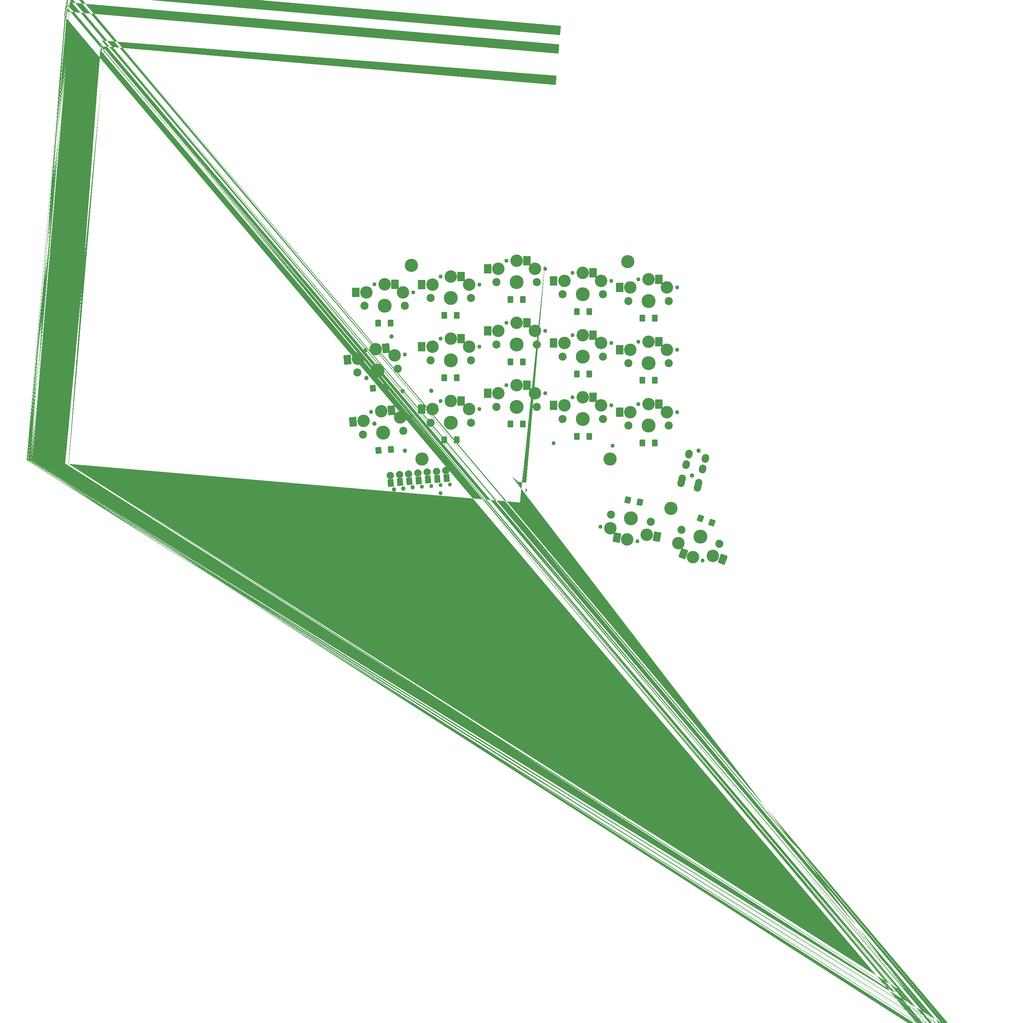
<source format=gts>
G04 #@! TF.GenerationSoftware,KiCad,Pcbnew,7.0.5*
G04 #@! TF.CreationDate,2023-06-14T10:23:52+08:00*
G04 #@! TF.ProjectId,AWKB-C,41574b42-2d43-42e6-9b69-6361645f7063,rev?*
G04 #@! TF.SameCoordinates,Original*
G04 #@! TF.FileFunction,Soldermask,Top*
G04 #@! TF.FilePolarity,Negative*
%FSLAX46Y46*%
G04 Gerber Fmt 4.6, Leading zero omitted, Abs format (unit mm)*
G04 Created by KiCad (PCBNEW 7.0.5) date 2023-06-14 10:23:52*
%MOMM*%
%LPD*%
G01*
G04 APERTURE LIST*
G04 Aperture macros list*
%AMRoundRect*
0 Rectangle with rounded corners*
0 $1 Rounding radius*
0 $2 $3 $4 $5 $6 $7 $8 $9 X,Y pos of 4 corners*
0 Add a 4 corners polygon primitive as box body*
4,1,4,$2,$3,$4,$5,$6,$7,$8,$9,$2,$3,0*
0 Add four circle primitives for the rounded corners*
1,1,$1+$1,$2,$3*
1,1,$1+$1,$4,$5*
1,1,$1+$1,$6,$7*
1,1,$1+$1,$8,$9*
0 Add four rect primitives between the rounded corners*
20,1,$1+$1,$2,$3,$4,$5,0*
20,1,$1+$1,$4,$5,$6,$7,0*
20,1,$1+$1,$6,$7,$8,$9,0*
20,1,$1+$1,$8,$9,$2,$3,0*%
%AMHorizOval*
0 Thick line with rounded ends*
0 $1 width*
0 $2 $3 position (X,Y) of the first rounded end (center of the circle)*
0 $4 $5 position (X,Y) of the second rounded end (center of the circle)*
0 Add line between two ends*
20,1,$1,$2,$3,$4,$5,0*
0 Add two circle primitives to create the rounded ends*
1,1,$1,$2,$3*
1,1,$1,$4,$5*%
%AMFreePoly0*
4,1,22,0.686777,0.580194,0.756366,0.524698,0.794986,0.444504,0.799999,0.400000,0.800000,0.200000,0.780194,0.113223,0.741421,0.058579,0.141421,-0.541421,0.066056,-0.588777,-0.022393,-0.598742,-0.106406,-0.569345,-0.141421,-0.541421,-0.741421,0.058579,-0.788777,0.133944,-0.800000,0.200000,-0.800000,0.400000,-0.780194,0.486777,-0.724698,0.556366,-0.644504,0.594986,-0.600000,0.600000,
0.600000,0.600000,0.686777,0.580194,0.686777,0.580194,$1*%
%AMFreePoly1*
4,1,26,0.706406,1.169345,0.769345,1.106406,0.798742,1.022393,0.800000,1.000000,0.800000,-0.250000,0.780194,-0.336777,0.724698,-0.406366,0.644504,-0.444986,0.600000,-0.450000,-0.600000,-0.450000,-0.686777,-0.430194,-0.756366,-0.374698,-0.794986,-0.294504,-0.800000,-0.250000,-0.800001,1.000000,-0.780194,1.086777,-0.724698,1.156366,-0.644504,1.194985,-0.555496,1.194986,-0.475302,1.156366,
-0.458579,1.141421,0.000000,0.682842,0.458579,1.141421,0.533944,1.188777,0.622393,1.198742,0.706406,1.169345,0.706406,1.169345,$1*%
%AMFreePoly2*
4,1,414,-2.663564,6.707050,-2.641221,6.706150,-2.627714,6.704682,-2.557310,6.692154,-2.496946,6.671026,-2.423852,6.631355,-2.413687,6.625023,-2.398814,6.614472,-2.158972,6.440888,-1.894926,6.250226,-1.604825,6.041150,-1.340970,5.851270,-1.340970,5.851269,-0.908659,5.540346,1.016000,5.540345,1.102777,5.520541,1.172366,5.465043,1.210986,5.384850,1.216000,5.340346,1.216000,4.009931,
1.299751,3.950054,1.397604,3.879440,1.472196,3.823385,1.475820,3.820528,1.531511,3.774507,1.538834,3.767818,1.574924,3.731412,1.599100,3.701843,1.617824,3.673864,1.642241,3.623128,1.650707,3.596451,1.659584,3.549979,1.661424,3.523819,1.657476,3.467890,1.643544,3.402871,1.621142,3.344696,1.575521,3.265763,1.570063,3.257327,1.474398,3.124598,1.474399,3.124598,
1.399655,3.020777,1.341070,2.939228,1.295956,2.876188,1.262955,2.829761,1.239581,2.796469,1.228629,2.780518,1.228382,2.778534,1.226098,2.749223,1.223899,2.705055,1.221971,2.645262,1.220353,2.568240,1.219044,2.472608,1.218021,2.356402,1.217250,2.217703,1.216700,2.054330,1.216701,2.054330,1.216336,1.864310,1.216122,1.646064,1.216022,1.397277,1.216000,1.156191,
1.216000,-0.508000,1.196194,-0.594777,1.140698,-0.664366,1.060504,-0.702986,1.016000,-0.708000,-1.300867,-0.708000,-1.317305,-0.721955,-1.374130,-0.762724,-1.456184,-0.797217,-1.462328,-0.798196,-1.521438,-0.806672,-1.610148,-0.799384,-1.618523,-0.796529,-1.683626,-0.772720,-1.726325,-0.750993,-1.765907,-0.724447,-1.770550,-0.721139,-1.786681,-0.708933,-4.832406,-0.708000,-4.919177,-0.688166,
-4.988750,-0.632650,-5.027344,-0.552444,-5.032345,-0.508064,-5.032395,-0.352086,-5.032421,-0.271829,-3.059387,-0.271830,-2.944889,-0.271615,-2.944888,-0.271615,-2.758679,-0.271042,-2.580739,-0.270256,-2.580738,-0.270256,-2.414939,-0.269261,-2.414940,-0.269261,-2.402157,-0.269159,-2.423194,-0.254061,-2.551428,-0.161856,-2.680405,-0.068976,-2.801942,0.018686,-2.907841,0.095225,-2.951636,0.126949,
-3.041522,0.192069,-3.054493,0.201448,-3.054493,-0.250384,-3.059387,-0.271830,-5.032421,-0.271829,-5.033035,1.627051,-5.116088,1.686225,-5.284226,1.806363,-5.425283,1.907915,-5.540186,1.991566,-5.630162,2.058240,-5.695871,2.108467,-5.698372,2.110442,-5.741778,2.145869,-5.747390,2.150809,-5.763238,2.165850,-5.804603,2.221793,-5.831146,2.275116,-5.852084,2.361626,-5.851576,2.378731,
-5.846892,2.443206,-5.827099,2.516549,-5.820642,2.529758,-5.788356,2.595805,-5.784989,2.601633,-4.580894,2.601633,-4.580837,2.458573,-4.580478,2.346570,-4.579555,2.262461,-4.577881,2.203736,-4.577285,2.194667,-4.548415,2.172831,-4.483289,2.124673,-4.404467,2.067194,-4.317291,2.004343,-4.304320,1.995049,-3.789717,1.626690,-3.693155,1.557418,-3.588658,1.482202,-3.493513,1.413516,
-3.493469,1.417579,-3.492215,1.570234,-3.491128,1.743282,-3.490225,1.934674,-3.489527,2.141404,-3.489052,2.361431,-3.488816,2.592405,-3.488794,2.690627,-3.488794,4.145613,-3.780439,4.145613,-3.797838,4.121466,-3.833847,4.071538,-3.884822,4.000919,-3.945645,3.916699,-4.011204,3.825953,-4.061105,3.756906,-4.138874,3.649180,-4.227667,3.525969,-4.318193,3.400180,-4.401743,3.283907,
-4.432523,3.241007,-4.580894,3.034101,-4.580894,2.601633,-5.784989,2.601633,-5.781445,2.607769,-5.775409,2.616730,-5.747746,2.656569,-5.702905,2.720059,-5.642947,2.804351,-5.569964,2.906530,-5.486213,3.023444,-5.393993,3.151881,-5.295612,3.288617,-5.193407,3.430389,-5.157803,3.479711,-5.032345,3.653438,-5.032345,4.562763,-3.478749,4.562763,-3.254493,4.562763,-3.167716,4.542957,
-3.098127,4.487461,-3.059507,4.407267,-3.054493,4.362825,-3.053482,1.095367,-2.755790,0.881825,-2.538863,0.726188,-2.348318,0.589414,-2.182662,0.470425,-2.040390,0.368136,-1.919993,0.281460,-1.830611,0.216986,-1.818379,1.744532,-1.390887,1.744532,-1.390887,0.872621,-1.390687,0.684777,-1.390113,0.507776,-1.389488,0.395984,-1.362208,0.434001,-1.282405,0.545014,-1.202983,0.655306,
-1.126858,0.760817,-1.056931,0.857505,-0.996121,0.941303,-0.964901,0.984151,-0.913707,1.054538,-0.851488,1.140514,-0.788030,1.228536,-0.750017,1.281458,-0.468879,1.673602,-0.418955,1.742967,-0.420240,1.742985,-0.587428,1.744095,-0.788602,1.744526,-0.788601,1.744526,-0.819150,1.744532,-1.390887,1.744532,-1.818379,1.744532,-1.816764,1.946135,-1.816608,1.965721,-1.796105,2.052336,
-1.740054,2.121479,-1.659553,2.159454,-1.617377,2.164117,-0.111097,2.169868,0.138817,2.516086,0.227450,2.638853,0.320064,2.767098,0.411852,2.894166,0.498011,3.013410,0.573742,3.118189,0.634535,3.202258,0.779387,3.402484,0.778132,3.427196,0.736528,3.458396,0.663454,3.512361,0.580098,3.572686,0.503228,3.627241,0.499236,3.630032,0.490935,3.635826,-0.332040,3.040808,
-0.491563,2.925814,-0.643339,2.817068,-0.784955,2.716258,-0.914136,2.624974,-1.028637,2.544784,-1.126312,2.477194,-1.205320,2.423507,-1.263590,2.385237,-1.267202,2.382973,-1.300050,2.363349,-1.335772,2.346546,-1.341637,2.344468,-1.430043,2.334129,-1.514180,2.363173,-1.549349,2.390986,-1.568831,2.410314,-1.575615,2.417759,-1.612287,2.462315,-1.614024,2.464486,-1.661873,2.526034,
-1.719812,2.602912,-1.784355,2.690558,-1.813064,2.730129,-1.897224,2.846653,-1.992502,2.978597,-2.090826,3.114777,-2.184002,3.243845,-2.251013,3.336686,-2.319043,3.430882,-2.402203,3.545922,-2.402202,3.545922,-2.495312,3.674648,-2.495313,3.674648,-2.593439,3.810237,-2.593438,3.810237,-2.691394,3.945522,-2.790634,4.082500,-2.879547,4.205244,-2.970969,4.331572,-3.060519,4.455420,
-3.143837,4.570758,-3.216578,4.671573,-3.274379,4.751822,-3.283113,4.763969,-3.308252,4.798680,-3.309485,4.796953,-3.367768,4.715859,-3.427376,4.633472,-3.478749,4.562763,-5.032345,4.562763,-5.032345,5.088893,-4.580894,5.088894,-4.580894,4.835834,-4.580509,4.692777,-4.579279,4.581848,-4.578828,4.564933,-4.530979,4.564588,-4.453634,4.565158,-4.384004,4.566788,-4.373602,4.567285,
-4.372294,4.568938,-4.320581,4.638596,-4.253334,4.732398,-4.221007,4.778279,-4.190391,4.821521,-4.144475,4.885859,-4.088149,4.964468,-4.026093,5.050817,-3.998998,5.088421,-4.071032,5.088758,-4.179382,5.088875,-2.969943,5.088875,-2.904744,4.998038,-2.807937,4.863599,-2.691454,4.702178,-2.555289,4.513770,-2.555289,4.513770,-2.399346,4.298241,-2.399346,4.298240,-2.223932,4.056015,
-2.191157,4.010778,-2.057824,3.826715,-1.942489,3.667405,-1.843008,3.529873,-1.757234,3.411137,-1.683021,3.308215,-1.618222,3.218130,-1.560700,3.137912,-1.508322,3.064603,-1.458972,2.995262,-1.414225,2.932165,-1.359497,2.855894,-1.355693,2.850744,-1.307082,2.885041,-1.205315,2.957385,-1.088324,3.041002,-0.958198,3.134408,-0.818136,3.235324,-0.818137,3.235325,-0.691009,3.327222,
-0.540362,3.436266,-0.395328,3.541212,-0.258867,3.639921,-0.133822,3.730337,-0.023033,3.810409,0.070663,3.878086,0.112494,3.908272,0.101072,3.916610,0.054852,3.950351,-0.046932,4.023566,-0.165523,4.108922,-0.291229,4.199442,-0.413710,4.287679,-0.507292,4.355131,-0.507291,4.355131,-0.608845,4.428321,-0.608843,4.428321,-0.729816,4.515456,-0.729816,4.515456,-0.861943,4.610589,
-0.996814,4.707660,-1.126055,4.800645,-1.193145,4.848896,-1.193144,4.848896,-1.526707,5.088757,-2.969943,5.088875,-4.179382,5.088875,-4.196977,5.088894,-4.580894,5.088894,-5.032345,5.088893,-5.032345,5.340346,-5.012538,5.427123,-4.957043,5.496712,-4.876849,5.535332,-4.832345,5.540346,-3.672979,5.540346,-3.671844,5.541921,-2.774877,5.541921,-2.654613,5.541104,-2.503084,5.540526,
-2.354041,5.540346,-2.192679,5.540502,-2.154401,5.540618,-2.179528,5.558770,-2.410073,5.725327,-2.472505,5.770435,-2.549554,5.824927,-2.563214,5.834142,-2.593747,5.792542,-2.653498,5.710414,-2.716249,5.623563,-2.774877,5.541921,-3.671844,5.541921,-3.451646,5.847456,-3.331591,6.014124,-3.229883,6.155310,-3.144709,6.273254,-3.074211,6.370242,-3.016438,6.448685,-2.969891,6.510352,
-2.968577,6.512055,-2.931280,6.559320,-2.928782,6.562361,-2.897756,6.598645,-2.892800,6.604029,-2.864383,6.632720,-2.854177,6.641712,-2.832303,6.658487,-2.792701,6.682153,-2.779068,6.688291,-2.724859,6.703967,-2.712337,6.705731,-2.677032,6.707549,-2.663564,6.707050,-2.663564,6.707050,$1*%
G04 Aperture macros list end*
%ADD10C,0.100000*%
%ADD11C,2.200000*%
%ADD12C,3.400000*%
%ADD13C,3.800000*%
%ADD14RoundRect,0.200000X-0.800000X-1.100000X0.800000X-1.100000X0.800000X1.100000X-0.800000X1.100000X0*%
%ADD15RoundRect,0.200000X-0.600000X-0.700000X0.600000X-0.700000X0.600000X0.700000X-0.600000X0.700000X0*%
%ADD16C,3.600000*%
%ADD17RoundRect,0.200000X0.978859X0.944370X-0.596833X1.222207X-0.978859X-0.944370X0.596833X-1.222207X0*%
%ADD18RoundRect,0.200000X-0.701084X-1.165539X0.892827X-1.026090X0.701084X1.165539X-0.892827X1.026090X0*%
%ADD19RoundRect,0.200000X1.127976X0.760046X-0.375532X1.307278X-1.127976X-0.760046X0.375532X-1.307278X0*%
%ADD20C,2.000000*%
%ADD21FreePoly0,185.000000*%
%ADD22FreePoly0,5.000000*%
%ADD23FreePoly1,5.000000*%
%ADD24FreePoly1,185.000000*%
%ADD25RoundRect,0.200000X-0.803230X-0.452573X0.324401X-0.862997X0.803230X0.452573X-0.324401X0.862997X0*%
%ADD26RoundRect,0.200000X-0.712438X-0.585177X0.469331X-0.793554X0.712438X0.585177X-0.469331X0.793554X0*%
%ADD27RoundRect,0.200000X0.536708X0.749630X-0.658726X0.645043X-0.536708X-0.749630X0.658726X-0.645043X0*%
%ADD28RoundRect,0.200000X0.600000X0.700000X-0.600000X0.700000X-0.600000X-0.700000X0.600000X-0.700000X0*%
%ADD29C,1.200000*%
%ADD30HorizOval,2.000000X0.051764X0.193185X-0.051764X-0.193185X0*%
%ADD31HorizOval,2.000000X-0.051764X-0.193185X0.051764X0.193185X0*%
%ADD32FreePoly2,35.000000*%
%ADD33C,1.100000*%
G04 APERTURE END LIST*
D10*
X115311113Y-135836693D02*
X114298979Y-135925243D01*
X114210429Y-134913109D01*
X115222563Y-134824559D01*
X115311113Y-135836693D01*
G36*
X115311113Y-135836693D02*
G01*
X114298979Y-135925243D01*
X114210429Y-134913109D01*
X115222563Y-134824559D01*
X115311113Y-135836693D01*
G37*
X117841447Y-135615317D02*
X116829314Y-135703868D01*
X116740763Y-134691734D01*
X117752897Y-134603184D01*
X117841447Y-135615317D01*
G36*
X117841447Y-135615317D02*
G01*
X116829314Y-135703868D01*
X116740763Y-134691734D01*
X117752897Y-134603184D01*
X117841447Y-135615317D01*
G37*
X120371782Y-135393942D02*
X119359648Y-135482492D01*
X119271098Y-134470358D01*
X120283232Y-134381808D01*
X120371782Y-135393942D01*
G36*
X120371782Y-135393942D02*
G01*
X119359648Y-135482492D01*
X119271098Y-134470358D01*
X120283232Y-134381808D01*
X120371782Y-135393942D01*
G37*
X122902116Y-135172566D02*
X121889983Y-135261116D01*
X121801432Y-134248983D01*
X122813566Y-134160432D01*
X122902116Y-135172566D01*
G36*
X122902116Y-135172566D02*
G01*
X121889983Y-135261116D01*
X121801432Y-134248983D01*
X122813566Y-134160432D01*
X122902116Y-135172566D01*
G37*
X125432451Y-134951191D02*
X124420317Y-135039741D01*
X124331767Y-134027607D01*
X125343901Y-133939057D01*
X125432451Y-134951191D01*
G36*
X125432451Y-134951191D02*
G01*
X124420317Y-135039741D01*
X124331767Y-134027607D01*
X125343901Y-133939057D01*
X125432451Y-134951191D01*
G37*
X127962786Y-134729815D02*
X126950652Y-134818365D01*
X126862102Y-133806231D01*
X127874235Y-133717681D01*
X127962786Y-134729815D01*
G36*
X127962786Y-134729815D02*
G01*
X126950652Y-134818365D01*
X126862102Y-133806231D01*
X127874235Y-133717681D01*
X127962786Y-134729815D01*
G37*
X130493120Y-134508439D02*
X129480986Y-134596990D01*
X129392436Y-133584856D01*
X130404570Y-133496306D01*
X130493120Y-134508439D01*
G36*
X130493120Y-134508439D02*
G01*
X129480986Y-134596990D01*
X129392436Y-133584856D01*
X130404570Y-133496306D01*
X130493120Y-134508439D01*
G37*
X114319350Y-124500794D02*
X113307216Y-124589345D01*
X113218666Y-123577211D01*
X114230800Y-123488660D01*
X114319350Y-124500794D01*
G36*
X114319350Y-124500794D02*
G01*
X113307216Y-124589345D01*
X113218666Y-123577211D01*
X114230800Y-123488660D01*
X114319350Y-124500794D01*
G37*
X116849685Y-124279419D02*
X115837551Y-124367969D01*
X115749001Y-123355835D01*
X116761135Y-123267285D01*
X116849685Y-124279419D01*
G36*
X116849685Y-124279419D02*
G01*
X115837551Y-124367969D01*
X115749001Y-123355835D01*
X116761135Y-123267285D01*
X116849685Y-124279419D01*
G37*
X119380019Y-124058043D02*
X118367886Y-124146593D01*
X118279335Y-123134460D01*
X119291469Y-123045909D01*
X119380019Y-124058043D01*
G36*
X119380019Y-124058043D02*
G01*
X118367886Y-124146593D01*
X118279335Y-123134460D01*
X119291469Y-123045909D01*
X119380019Y-124058043D01*
G37*
X121910354Y-123836668D02*
X120898220Y-123925218D01*
X120809670Y-122913084D01*
X121821804Y-122824534D01*
X121910354Y-123836668D01*
G36*
X121910354Y-123836668D02*
G01*
X120898220Y-123925218D01*
X120809670Y-122913084D01*
X121821804Y-122824534D01*
X121910354Y-123836668D01*
G37*
X124440688Y-123615292D02*
X123428555Y-123703842D01*
X123340004Y-122691708D01*
X124352138Y-122603158D01*
X124440688Y-123615292D01*
G36*
X124440688Y-123615292D02*
G01*
X123428555Y-123703842D01*
X123340004Y-122691708D01*
X124352138Y-122603158D01*
X124440688Y-123615292D01*
G37*
X126971023Y-123393916D02*
X125958889Y-123482467D01*
X125870339Y-122470333D01*
X126882473Y-122381783D01*
X126971023Y-123393916D01*
G36*
X126971023Y-123393916D02*
G01*
X125958889Y-123482467D01*
X125870339Y-122470333D01*
X126882473Y-122381783D01*
X126971023Y-123393916D01*
G37*
X129501357Y-123172541D02*
X128489224Y-123261091D01*
X128400673Y-122248957D01*
X129412807Y-122160407D01*
X129501357Y-123172541D01*
G36*
X129501357Y-123172541D02*
G01*
X128489224Y-123261091D01*
X128400673Y-122248957D01*
X129412807Y-122160407D01*
X129501357Y-123172541D01*
G37*
D11*
X124613328Y-107786994D03*
D12*
X125113328Y-104086994D03*
X130113328Y-101886994D03*
D13*
X130113328Y-107786994D03*
D12*
X135113328Y-104086994D03*
D11*
X135613328Y-107786994D03*
D14*
X122213328Y-104086994D03*
X132913328Y-101886994D03*
D15*
X164490000Y-111488000D03*
X167890000Y-111488000D03*
D11*
X124613328Y-90787394D03*
D12*
X125113328Y-87087394D03*
X130113328Y-84887394D03*
D13*
X130113328Y-90787394D03*
D12*
X135113328Y-87087394D03*
D11*
X135613328Y-90787394D03*
D14*
X122213328Y-87087394D03*
X132913328Y-84887394D03*
D16*
X178421800Y-63833186D03*
D15*
X164490000Y-94487600D03*
X167890000Y-94487600D03*
D11*
X184676360Y-134804242D03*
D12*
X183541458Y-138361207D03*
X178235393Y-139659543D03*
D13*
X179259917Y-133849177D03*
D12*
X173693380Y-136624725D03*
D11*
X173843474Y-132894112D03*
D17*
X186397400Y-138864786D03*
X175477931Y-139173328D03*
D11*
X106613128Y-75911104D03*
D12*
X107113128Y-72211104D03*
X112113128Y-70011104D03*
D13*
X112113128Y-75911104D03*
D12*
X117113128Y-72211104D03*
D11*
X117613128Y-75911104D03*
D14*
X104213128Y-72211104D03*
X114913128Y-70011104D03*
D11*
X104684341Y-94064498D03*
D12*
X104859962Y-90334999D03*
X109649193Y-87707592D03*
D13*
X110163412Y-93585141D03*
D12*
X114821909Y-89463442D03*
D11*
X115642483Y-93105784D03*
D18*
X101970998Y-90587751D03*
X112438538Y-87463556D03*
D15*
X128390000Y-112487400D03*
X131790000Y-112487400D03*
X164490000Y-77487640D03*
X167890000Y-77487640D03*
D16*
X173595800Y-117731986D03*
D15*
X182413000Y-96243586D03*
X185813000Y-96243586D03*
X146413102Y-74177440D03*
X149813102Y-74177440D03*
X182413000Y-113287000D03*
X185813000Y-113287000D03*
D16*
X136664200Y-133479986D03*
D11*
X203364600Y-140795186D03*
D12*
X201629280Y-144101038D03*
X196178372Y-144458261D03*
D13*
X198196291Y-138914075D03*
D12*
X192232353Y-140680837D03*
D11*
X193027982Y-137032964D03*
D19*
X204354388Y-145092897D03*
X193547233Y-143500605D03*
D20*
X114923682Y-137236988D03*
X117454017Y-137015613D03*
X119984351Y-136794237D03*
X122514686Y-136572862D03*
X125045021Y-136351486D03*
X127575355Y-136130110D03*
X130105690Y-135908735D03*
D21*
X114782908Y-135627935D03*
X117313243Y-135406559D03*
X119843577Y-135185183D03*
X122373912Y-134963808D03*
X124904247Y-134742432D03*
X127434581Y-134521057D03*
X129964916Y-134299681D03*
D22*
X113746871Y-123785969D03*
X116277205Y-123564593D03*
X118807540Y-123343218D03*
X121337874Y-123121842D03*
X123868209Y-122900467D03*
X126398543Y-122679091D03*
X128928878Y-122457716D03*
D20*
X113607404Y-122191858D03*
X116137739Y-121970483D03*
X118668073Y-121749107D03*
X121198408Y-121527732D03*
X123728742Y-121306356D03*
X126259077Y-121084980D03*
X128789411Y-120863605D03*
D23*
X113835421Y-124798103D03*
X116365755Y-124576727D03*
X118896090Y-124355352D03*
X121426425Y-124133976D03*
X123956759Y-123912601D03*
X126487094Y-123691225D03*
X129017428Y-123469849D03*
D24*
X129876365Y-133287547D03*
X127346031Y-133508923D03*
X124815696Y-133730298D03*
X122285362Y-133951674D03*
X119755027Y-134173050D03*
X117224693Y-134394425D03*
X114694358Y-134615801D03*
D15*
X182413000Y-79287200D03*
X185813000Y-79287200D03*
D11*
X142612728Y-103477194D03*
D12*
X143112728Y-99777194D03*
X148112728Y-97577194D03*
D13*
X148112728Y-103477194D03*
D12*
X153112728Y-99777194D03*
D11*
X153612728Y-103477194D03*
D14*
X140212728Y-99777194D03*
X150912728Y-97577194D03*
D16*
X190156600Y-131143186D03*
D25*
X198187135Y-133889558D03*
X201382089Y-135052426D03*
D11*
X160612928Y-72787234D03*
D12*
X161112928Y-69087234D03*
X166112928Y-66887234D03*
D13*
X166112928Y-72787234D03*
D12*
X171112928Y-69087234D03*
D11*
X171612928Y-72787234D03*
D14*
X158212928Y-69087234D03*
X168912928Y-66887234D03*
D11*
X124613328Y-73787794D03*
D12*
X125113328Y-70087794D03*
X130113328Y-67887794D03*
D13*
X130113328Y-73787794D03*
D12*
X135113328Y-70087794D03*
D11*
X135613328Y-73787794D03*
D14*
X122213328Y-70087794D03*
X132913328Y-67887794D03*
D11*
X178612626Y-74586794D03*
D12*
X179112626Y-70886794D03*
X184112626Y-68686794D03*
D13*
X184112626Y-74586794D03*
D12*
X189112626Y-70886794D03*
D11*
X189612626Y-74586794D03*
D14*
X176212626Y-70886794D03*
X186912626Y-68686794D03*
D26*
X178387241Y-128875674D03*
X181735587Y-129466078D03*
D27*
X113778800Y-115046186D03*
X110391738Y-115342516D03*
D15*
X128390000Y-95487800D03*
X131790000Y-95487800D03*
D27*
X112267000Y-98104386D03*
X108879938Y-98400716D03*
D15*
X128390000Y-78488200D03*
X131790000Y-78488200D03*
D11*
X160612928Y-106787594D03*
D12*
X161112928Y-103087594D03*
X166112928Y-100887594D03*
D13*
X166112928Y-106787594D03*
D12*
X171112928Y-103087594D03*
D11*
X171612928Y-106787594D03*
D14*
X158212928Y-103087594D03*
X168912928Y-100887594D03*
D15*
X146413102Y-108177600D03*
X149813102Y-108177600D03*
D28*
X113740000Y-80611510D03*
X110340000Y-80611510D03*
D16*
X122237000Y-117731986D03*
D29*
X197744692Y-115411243D03*
X195932958Y-122172724D03*
D30*
X193263064Y-123134476D03*
D31*
X197740477Y-124313489D03*
D30*
X194298340Y-119270772D03*
D31*
X198775753Y-120449786D03*
D30*
X195074797Y-116372995D03*
D31*
X199552210Y-117552008D03*
X193012517Y-124185440D03*
D30*
X197421622Y-125387562D03*
D11*
X178612626Y-108586594D03*
D12*
X179112626Y-104886594D03*
X184112626Y-102686594D03*
D13*
X184112626Y-108586594D03*
D12*
X189112626Y-104886594D03*
D11*
X189612626Y-108586594D03*
D14*
X176212626Y-104886594D03*
X186912626Y-102686594D03*
D11*
X160612928Y-89787194D03*
D12*
X161112928Y-86087194D03*
X166112928Y-83887194D03*
D13*
X166112928Y-89787194D03*
D12*
X171112928Y-86087194D03*
D11*
X171612928Y-89787194D03*
D14*
X158212928Y-86087194D03*
X168912928Y-83887194D03*
D15*
X146413102Y-91177400D03*
X149813102Y-91177400D03*
D11*
X178612626Y-91586594D03*
D12*
X179112626Y-87886594D03*
X184112626Y-85686594D03*
D13*
X184112626Y-91586594D03*
D12*
X189112626Y-87886594D03*
D11*
X189612626Y-91586594D03*
D14*
X176212626Y-87886594D03*
X186912626Y-85686594D03*
D32*
X149029600Y-129593238D03*
D11*
X142612728Y-69477034D03*
D12*
X143112728Y-65777034D03*
X148112728Y-63577034D03*
D13*
X148112728Y-69477034D03*
D12*
X153112728Y-65777034D03*
D11*
X153612728Y-69477034D03*
D14*
X140212728Y-65777034D03*
X150912728Y-63577034D03*
D16*
X119417600Y-64839600D03*
D11*
X142612728Y-86476994D03*
D12*
X143112728Y-82776994D03*
X148112728Y-80576994D03*
D13*
X148112728Y-86476994D03*
D12*
X153112728Y-82776994D03*
D11*
X153612728Y-86476994D03*
D14*
X140212728Y-82776994D03*
X150912728Y-80576994D03*
D11*
X106198087Y-110992197D03*
D12*
X106373708Y-107262698D03*
X111162939Y-104635291D03*
D13*
X111677158Y-110512840D03*
D12*
X116335655Y-106391141D03*
D11*
X117156229Y-110033483D03*
D18*
X103484744Y-107515450D03*
X113952284Y-104391255D03*
D29*
X117216300Y-131752786D03*
D33*
X128390000Y-78488200D03*
X113740000Y-80611510D03*
X146413102Y-74177440D03*
X164490000Y-77487640D03*
X121432700Y-132591772D03*
X182413000Y-79287200D03*
X146413102Y-91177400D03*
X112267000Y-98104386D03*
X118896090Y-132794972D03*
X128390000Y-95487800D03*
X164490000Y-94487600D03*
X182413000Y-96243586D03*
X116365755Y-133035917D03*
X128390000Y-112487400D03*
X113778800Y-115046186D03*
X146413102Y-108177600D03*
X182413000Y-113287000D03*
X164490000Y-111488000D03*
X127325500Y-126990472D03*
X178387241Y-128875674D03*
X198187135Y-133889558D03*
X127325500Y-124819372D03*
X119913128Y-72211104D03*
X110340000Y-80611510D03*
X131790000Y-78488200D03*
X137913328Y-70087794D03*
X155912728Y-65777034D03*
X149813102Y-74177440D03*
X173912928Y-69087234D03*
X167890000Y-77487640D03*
X185813000Y-79287200D03*
X191912626Y-70886794D03*
X117611254Y-89219406D03*
X108879938Y-98400716D03*
D29*
X117216300Y-125784572D03*
X117614200Y-115395186D03*
X114007400Y-84254786D03*
X124777000Y-99088386D03*
X117004600Y-99189986D03*
X109283000Y-108079986D03*
X107098600Y-95583186D03*
D33*
X108373594Y-104879327D03*
X113835421Y-133353772D03*
X106859848Y-87951628D03*
X109313128Y-70011104D03*
X127313328Y-67887794D03*
X127313328Y-101886994D03*
X127313328Y-84887394D03*
X123956759Y-132439372D03*
X126512700Y-132236172D03*
X145312728Y-63577034D03*
X145312728Y-80576994D03*
X145312728Y-97577194D03*
X163312928Y-100887594D03*
X163312928Y-83887194D03*
X158212928Y-113420386D03*
X180992854Y-140145758D03*
X122285362Y-125276572D03*
X163312928Y-66887234D03*
X131790000Y-95487800D03*
X137913328Y-87087394D03*
X149813102Y-91177400D03*
X155912728Y-82776994D03*
X173912928Y-86087194D03*
X167890000Y-94487600D03*
X129865500Y-124666972D03*
X185813000Y-96243586D03*
X191912626Y-87886594D03*
X119125000Y-106147105D03*
X110391738Y-115342516D03*
X131790000Y-112487400D03*
X137913328Y-104086994D03*
X155912728Y-99777194D03*
X149813102Y-108177600D03*
X173912928Y-103087594D03*
X167890000Y-111488000D03*
X191912626Y-104886594D03*
X185813000Y-113287000D03*
X181735587Y-129466077D03*
X170935918Y-136138510D03*
X193547233Y-143500605D03*
X201382090Y-135052426D03*
X129001900Y-131982172D03*
D29*
X114676300Y-125987772D03*
D33*
X124785500Y-125073372D03*
X181312626Y-68686794D03*
X181312626Y-102686594D03*
X174275944Y-114094886D03*
X181312626Y-85686594D03*
X198809511Y-145415918D03*
D29*
X119705500Y-125428972D03*
M02*

</source>
